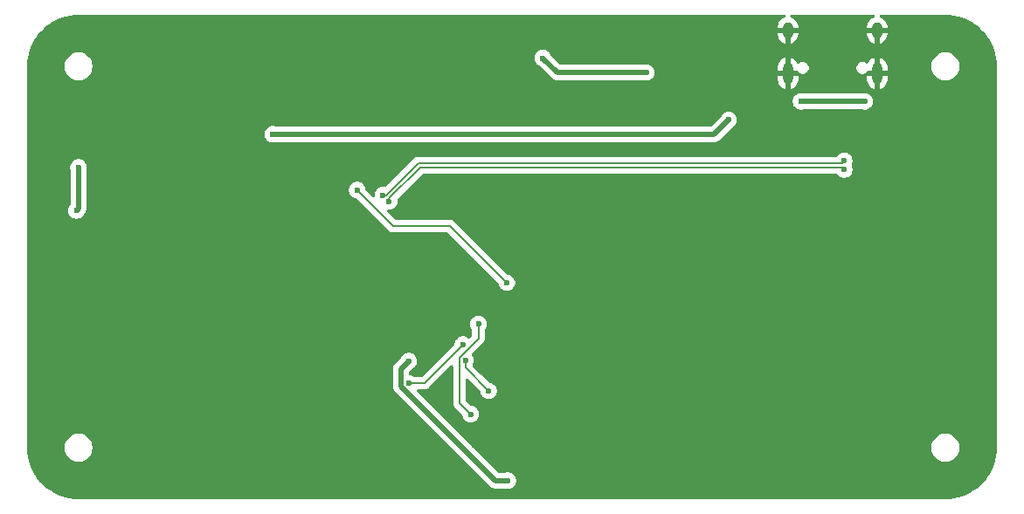
<source format=gbr>
%TF.GenerationSoftware,KiCad,Pcbnew,9.0.7*%
%TF.CreationDate,2026-02-16T21:50:05-05:00*%
%TF.ProjectId,Primis_FaceTracker,5072696d-6973-45f4-9661-636554726163,rev?*%
%TF.SameCoordinates,Original*%
%TF.FileFunction,Copper,L2,Bot*%
%TF.FilePolarity,Positive*%
%FSLAX46Y46*%
G04 Gerber Fmt 4.6, Leading zero omitted, Abs format (unit mm)*
G04 Created by KiCad (PCBNEW 9.0.7) date 2026-02-16 21:50:05*
%MOMM*%
%LPD*%
G01*
G04 APERTURE LIST*
%TA.AperFunction,HeatsinkPad*%
%ADD10O,1.000000X2.100000*%
%TD*%
%TA.AperFunction,HeatsinkPad*%
%ADD11O,1.000000X1.600000*%
%TD*%
%TA.AperFunction,HeatsinkPad*%
%ADD12C,0.600000*%
%TD*%
%TA.AperFunction,ViaPad*%
%ADD13C,0.600000*%
%TD*%
%TA.AperFunction,Conductor*%
%ADD14C,0.200000*%
%TD*%
%TA.AperFunction,Conductor*%
%ADD15C,0.500000*%
%TD*%
G04 APERTURE END LIST*
D10*
%TO.P,J1,S1,SHIELD*%
%TO.N,GND*%
X198390000Y-80680000D03*
D11*
X198390000Y-76500000D03*
D10*
X189750000Y-80680000D03*
D11*
X189750000Y-76500000D03*
%TD*%
D12*
%TO.P,U1,41,GND*%
%TO.N,GND*%
X159692500Y-82805000D03*
X159692500Y-84205000D03*
X160392500Y-82105000D03*
X160392500Y-83505000D03*
X160392500Y-84905000D03*
X161092500Y-82805000D03*
X161092500Y-84205000D03*
X161792500Y-82105000D03*
X161792500Y-83505000D03*
X161792500Y-84905000D03*
X162492500Y-82805000D03*
X162492500Y-84205000D03*
%TD*%
D13*
%TO.N,CAM_RST*%
X159750000Y-105000000D03*
X159000000Y-113750000D03*
%TO.N,GND*%
X182200000Y-79200000D03*
X152250000Y-75750000D03*
X135000000Y-108400000D03*
X129800000Y-92000000D03*
X189600000Y-87800000D03*
X141200000Y-108400000D03*
X198200000Y-93400000D03*
X173000000Y-75600000D03*
X184000000Y-92600000D03*
X129600000Y-88600000D03*
X138600000Y-92200000D03*
X137800000Y-90000000D03*
X147500000Y-80000000D03*
X148250000Y-75500000D03*
X157400100Y-105500000D03*
X141200000Y-103600000D03*
X145000000Y-75750000D03*
X135000000Y-113400000D03*
X134600000Y-103000000D03*
X152750000Y-101750000D03*
X129600000Y-93400000D03*
X164000000Y-105500000D03*
X198600000Y-87800000D03*
X141800000Y-89400000D03*
X162250000Y-108500000D03*
X142800000Y-100000000D03*
X138000000Y-103600000D03*
X172500000Y-101750000D03*
X168250000Y-106000000D03*
X168250000Y-107750000D03*
X138000000Y-108200000D03*
X143250000Y-79000000D03*
X182400000Y-100000000D03*
%TO.N,+5V*%
X197200000Y-83400000D03*
X184000000Y-85200000D03*
X139800000Y-86600000D03*
X191000000Y-83400000D03*
%TO.N,Net-(Q1-D)*%
X120800000Y-94000000D03*
X121000000Y-89800000D03*
%TO.N,CAM_2.8V*%
X158250000Y-107000000D03*
X153000000Y-110750000D03*
%TO.N,CAM_MCLK*%
X162500000Y-101000000D03*
X148000000Y-92000000D03*
%TO.N,CAM_SCK*%
X160750000Y-111500000D03*
X158500000Y-108500000D03*
%TO.N,D+*%
X151100521Y-93100521D03*
X195200000Y-90025000D03*
%TO.N,D-*%
X195200000Y-89175000D03*
X150499479Y-92499479D03*
%TO.N,+3V3*%
X176000000Y-80600000D03*
X162600000Y-120200000D03*
X166000000Y-79200000D03*
X153000000Y-108600000D03*
%TD*%
D14*
%TO.N,CAM_RST*%
X157899000Y-112649000D02*
X159000000Y-113750000D01*
X159750000Y-105000000D02*
X159750000Y-106400057D01*
X157899000Y-108251057D02*
X157899000Y-112649000D01*
X159750000Y-106400057D02*
X157899000Y-108251057D01*
D15*
%TO.N,+5V*%
X182600000Y-86600000D02*
X139800000Y-86600000D01*
X184000000Y-85200000D02*
X182600000Y-86600000D01*
X191000000Y-83400000D02*
X197200000Y-83400000D01*
%TO.N,Net-(Q1-D)*%
X121000000Y-89800000D02*
X121000000Y-93800000D01*
X121000000Y-93800000D02*
X120800000Y-94000000D01*
D14*
%TO.N,CAM_2.8V*%
X154500000Y-110750000D02*
X153000000Y-110750000D01*
X158250000Y-107000000D02*
X154500000Y-110750000D01*
%TO.N,CAM_MCLK*%
X151500000Y-95500000D02*
X148000000Y-92000000D01*
X162500000Y-101000000D02*
X157000000Y-95500000D01*
X157000000Y-95500000D02*
X151500000Y-95500000D01*
%TO.N,CAM_SCK*%
X158500000Y-108500000D02*
X158500000Y-109250000D01*
X158500000Y-109250000D02*
X160750000Y-111500000D01*
%TO.N,D+*%
X151100521Y-93100521D02*
X151100521Y-92817678D01*
X195000001Y-89825001D02*
X195200000Y-90025000D01*
X151100521Y-92817678D02*
X154093198Y-89825001D01*
X154093198Y-89825001D02*
X195000001Y-89825001D01*
%TO.N,D-*%
X195000001Y-89374999D02*
X195200000Y-89175000D01*
X153906802Y-89374999D02*
X195000001Y-89374999D01*
X150782322Y-92499479D02*
X153906802Y-89374999D01*
X150499479Y-92499479D02*
X150782322Y-92499479D01*
D15*
%TO.N,+3V3*%
X161387925Y-120200000D02*
X162600000Y-120200000D01*
X176000000Y-80600000D02*
X167400000Y-80600000D01*
X152249000Y-111061075D02*
X161387925Y-120200000D01*
X153000000Y-108600000D02*
X152249000Y-109351000D01*
X167400000Y-80600000D02*
X166000000Y-79200000D01*
X152249000Y-109351000D02*
X152249000Y-111061075D01*
%TD*%
%TA.AperFunction,Conductor*%
%TO.N,GND*%
G36*
X189476372Y-75020185D02*
G01*
X189522127Y-75072989D01*
X189532071Y-75142147D01*
X189503046Y-75205703D01*
X189456785Y-75239061D01*
X189276328Y-75313807D01*
X189276315Y-75313814D01*
X189112537Y-75423248D01*
X189112533Y-75423251D01*
X188973251Y-75562533D01*
X188973248Y-75562537D01*
X188863814Y-75726315D01*
X188863807Y-75726328D01*
X188788430Y-75908306D01*
X188788427Y-75908318D01*
X188750000Y-76101504D01*
X188750000Y-76250000D01*
X189450000Y-76250000D01*
X189450000Y-76750000D01*
X188750000Y-76750000D01*
X188750000Y-76898495D01*
X188788427Y-77091681D01*
X188788430Y-77091693D01*
X188863807Y-77273671D01*
X188863814Y-77273684D01*
X188973248Y-77437462D01*
X188973251Y-77437466D01*
X189112533Y-77576748D01*
X189112537Y-77576751D01*
X189276315Y-77686185D01*
X189276328Y-77686192D01*
X189458308Y-77761569D01*
X189500000Y-77769862D01*
X189500000Y-76966988D01*
X189509940Y-76984205D01*
X189565795Y-77040060D01*
X189634204Y-77079556D01*
X189710504Y-77100000D01*
X189789496Y-77100000D01*
X189865796Y-77079556D01*
X189934205Y-77040060D01*
X189990060Y-76984205D01*
X190000000Y-76966988D01*
X190000000Y-77769862D01*
X190041690Y-77761569D01*
X190041692Y-77761569D01*
X190223671Y-77686192D01*
X190223684Y-77686185D01*
X190387462Y-77576751D01*
X190387466Y-77576748D01*
X190526748Y-77437466D01*
X190526751Y-77437462D01*
X190636185Y-77273684D01*
X190636192Y-77273671D01*
X190711569Y-77091693D01*
X190711572Y-77091681D01*
X190749999Y-76898495D01*
X190750000Y-76898492D01*
X190750000Y-76750000D01*
X190050000Y-76750000D01*
X190050000Y-76250000D01*
X190750000Y-76250000D01*
X190750000Y-76101508D01*
X190749999Y-76101504D01*
X190711572Y-75908318D01*
X190711569Y-75908306D01*
X190636192Y-75726328D01*
X190636185Y-75726315D01*
X190526751Y-75562537D01*
X190526748Y-75562533D01*
X190387466Y-75423251D01*
X190387462Y-75423248D01*
X190223684Y-75313814D01*
X190223671Y-75313807D01*
X190043215Y-75239061D01*
X189988811Y-75195220D01*
X189966746Y-75128926D01*
X189984025Y-75061227D01*
X190035162Y-75013616D01*
X190090667Y-75000500D01*
X198049333Y-75000500D01*
X198116372Y-75020185D01*
X198162127Y-75072989D01*
X198172071Y-75142147D01*
X198143046Y-75205703D01*
X198096785Y-75239061D01*
X197916328Y-75313807D01*
X197916315Y-75313814D01*
X197752537Y-75423248D01*
X197752533Y-75423251D01*
X197613251Y-75562533D01*
X197613248Y-75562537D01*
X197503814Y-75726315D01*
X197503807Y-75726328D01*
X197428430Y-75908306D01*
X197428427Y-75908318D01*
X197390000Y-76101504D01*
X197390000Y-76250000D01*
X198090000Y-76250000D01*
X198090000Y-76750000D01*
X197390000Y-76750000D01*
X197390000Y-76898495D01*
X197428427Y-77091681D01*
X197428430Y-77091693D01*
X197503807Y-77273671D01*
X197503814Y-77273684D01*
X197613248Y-77437462D01*
X197613251Y-77437466D01*
X197752533Y-77576748D01*
X197752537Y-77576751D01*
X197916315Y-77686185D01*
X197916328Y-77686192D01*
X198098308Y-77761569D01*
X198140000Y-77769862D01*
X198140000Y-76966988D01*
X198149940Y-76984205D01*
X198205795Y-77040060D01*
X198274204Y-77079556D01*
X198350504Y-77100000D01*
X198429496Y-77100000D01*
X198505796Y-77079556D01*
X198574205Y-77040060D01*
X198630060Y-76984205D01*
X198640000Y-76966988D01*
X198640000Y-77769862D01*
X198681690Y-77761569D01*
X198681692Y-77761569D01*
X198863671Y-77686192D01*
X198863684Y-77686185D01*
X199027462Y-77576751D01*
X199027466Y-77576748D01*
X199166748Y-77437466D01*
X199166751Y-77437462D01*
X199276185Y-77273684D01*
X199276192Y-77273671D01*
X199351569Y-77091693D01*
X199351572Y-77091681D01*
X199389999Y-76898495D01*
X199390000Y-76898492D01*
X199390000Y-76750000D01*
X198690000Y-76750000D01*
X198690000Y-76250000D01*
X199390000Y-76250000D01*
X199390000Y-76101508D01*
X199389999Y-76101504D01*
X199351572Y-75908318D01*
X199351569Y-75908306D01*
X199276192Y-75726328D01*
X199276185Y-75726315D01*
X199166751Y-75562537D01*
X199166748Y-75562533D01*
X199027466Y-75423251D01*
X199027462Y-75423248D01*
X198863684Y-75313814D01*
X198863671Y-75313807D01*
X198683215Y-75239061D01*
X198628811Y-75195220D01*
X198606746Y-75128926D01*
X198624025Y-75061227D01*
X198675162Y-75013616D01*
X198730667Y-75000500D01*
X204934108Y-75000500D01*
X204997439Y-75000500D01*
X205002562Y-75000605D01*
X205407746Y-75017364D01*
X205417919Y-75018207D01*
X205817817Y-75068054D01*
X205827901Y-75069737D01*
X206222294Y-75152432D01*
X206232208Y-75154942D01*
X206618436Y-75269928D01*
X206628104Y-75273247D01*
X207003502Y-75419728D01*
X207012887Y-75423845D01*
X207374880Y-75600813D01*
X207383894Y-75605690D01*
X207730070Y-75811966D01*
X207738638Y-75817564D01*
X208066593Y-76051719D01*
X208074674Y-76058010D01*
X208382155Y-76318433D01*
X208389695Y-76325374D01*
X208674625Y-76610304D01*
X208681566Y-76617844D01*
X208919262Y-76898492D01*
X208941989Y-76925325D01*
X208948282Y-76933410D01*
X209067226Y-77100000D01*
X209182431Y-77261355D01*
X209188037Y-77269935D01*
X209394309Y-77616105D01*
X209399186Y-77625119D01*
X209576154Y-77987112D01*
X209580271Y-77996497D01*
X209726747Y-78371883D01*
X209730075Y-78381576D01*
X209845053Y-78767778D01*
X209847569Y-78777714D01*
X209930260Y-79172089D01*
X209931947Y-79182197D01*
X209981790Y-79582059D01*
X209982636Y-79592273D01*
X209999394Y-79997437D01*
X209999500Y-80002561D01*
X209999500Y-116997438D01*
X209999394Y-117002562D01*
X209982636Y-117407726D01*
X209981790Y-117417940D01*
X209931947Y-117817802D01*
X209930260Y-117827910D01*
X209847569Y-118222285D01*
X209845053Y-118232221D01*
X209730075Y-118618423D01*
X209726747Y-118628116D01*
X209580271Y-119003502D01*
X209576154Y-119012887D01*
X209399186Y-119374880D01*
X209394309Y-119383894D01*
X209188037Y-119730064D01*
X209182431Y-119738644D01*
X208948284Y-120066587D01*
X208941989Y-120074674D01*
X208681566Y-120382155D01*
X208674625Y-120389695D01*
X208389695Y-120674625D01*
X208382155Y-120681566D01*
X208074674Y-120941989D01*
X208066587Y-120948284D01*
X207738644Y-121182431D01*
X207730064Y-121188037D01*
X207383894Y-121394309D01*
X207374880Y-121399186D01*
X207012887Y-121576154D01*
X207003502Y-121580271D01*
X206628116Y-121726747D01*
X206618423Y-121730075D01*
X206232221Y-121845053D01*
X206222285Y-121847569D01*
X205827910Y-121930260D01*
X205817802Y-121931947D01*
X205417940Y-121981790D01*
X205407726Y-121982636D01*
X205002563Y-121999394D01*
X204997439Y-121999500D01*
X121002561Y-121999500D01*
X120997437Y-121999394D01*
X120592273Y-121982636D01*
X120582059Y-121981790D01*
X120182197Y-121931947D01*
X120172089Y-121930260D01*
X119777714Y-121847569D01*
X119767778Y-121845053D01*
X119381576Y-121730075D01*
X119371883Y-121726747D01*
X118996497Y-121580271D01*
X118987112Y-121576154D01*
X118625119Y-121399186D01*
X118616105Y-121394309D01*
X118269935Y-121188037D01*
X118261355Y-121182431D01*
X117963456Y-120969735D01*
X117933410Y-120948282D01*
X117925325Y-120941989D01*
X117901321Y-120921659D01*
X117736038Y-120781671D01*
X117617844Y-120681566D01*
X117610304Y-120674625D01*
X117325374Y-120389695D01*
X117318433Y-120382155D01*
X117230933Y-120278844D01*
X117058005Y-120074668D01*
X117051715Y-120066587D01*
X116980261Y-119966510D01*
X116817564Y-119738638D01*
X116811962Y-119730064D01*
X116721477Y-119578211D01*
X116605690Y-119383894D01*
X116600813Y-119374880D01*
X116423845Y-119012887D01*
X116419728Y-119003502D01*
X116274001Y-118630035D01*
X116273247Y-118628104D01*
X116269928Y-118618436D01*
X116154942Y-118232208D01*
X116152430Y-118222285D01*
X116112135Y-118030109D01*
X116069737Y-117827901D01*
X116068054Y-117817817D01*
X116018207Y-117417919D01*
X116017364Y-117407746D01*
X116000606Y-117002562D01*
X116000500Y-116997438D01*
X116000500Y-116893713D01*
X119649500Y-116893713D01*
X119649500Y-117106286D01*
X119670006Y-117235760D01*
X119682754Y-117316243D01*
X119714145Y-117412855D01*
X119748444Y-117518414D01*
X119844951Y-117707820D01*
X119969890Y-117879786D01*
X120120213Y-118030109D01*
X120292179Y-118155048D01*
X120292181Y-118155049D01*
X120292184Y-118155051D01*
X120481588Y-118251557D01*
X120683757Y-118317246D01*
X120893713Y-118350500D01*
X120893714Y-118350500D01*
X121106286Y-118350500D01*
X121106287Y-118350500D01*
X121316243Y-118317246D01*
X121518412Y-118251557D01*
X121707816Y-118155051D01*
X121729789Y-118139086D01*
X121879786Y-118030109D01*
X121879788Y-118030106D01*
X121879792Y-118030104D01*
X122030104Y-117879792D01*
X122030106Y-117879788D01*
X122030109Y-117879786D01*
X122155048Y-117707820D01*
X122155047Y-117707820D01*
X122155051Y-117707816D01*
X122251557Y-117518412D01*
X122317246Y-117316243D01*
X122350500Y-117106287D01*
X122350500Y-116893713D01*
X122317246Y-116683757D01*
X122251557Y-116481588D01*
X122155051Y-116292184D01*
X122155049Y-116292181D01*
X122155048Y-116292179D01*
X122030109Y-116120213D01*
X121879786Y-115969890D01*
X121707820Y-115844951D01*
X121518414Y-115748444D01*
X121518413Y-115748443D01*
X121518412Y-115748443D01*
X121316243Y-115682754D01*
X121316241Y-115682753D01*
X121316240Y-115682753D01*
X121154957Y-115657208D01*
X121106287Y-115649500D01*
X120893713Y-115649500D01*
X120845042Y-115657208D01*
X120683760Y-115682753D01*
X120481585Y-115748444D01*
X120292179Y-115844951D01*
X120120213Y-115969890D01*
X119969890Y-116120213D01*
X119844951Y-116292179D01*
X119748444Y-116481585D01*
X119682753Y-116683760D01*
X119649500Y-116893713D01*
X116000500Y-116893713D01*
X116000500Y-111134995D01*
X151498499Y-111134995D01*
X151527340Y-111279982D01*
X151527342Y-111279988D01*
X151583916Y-111416570D01*
X151586976Y-111421149D01*
X151586979Y-111421159D01*
X151586982Y-111421158D01*
X151666051Y-111539495D01*
X151666052Y-111539496D01*
X160804974Y-120678416D01*
X160909509Y-120782951D01*
X160909512Y-120782953D01*
X160909513Y-120782954D01*
X161032428Y-120865083D01*
X161032431Y-120865085D01*
X161082590Y-120885861D01*
X161089005Y-120888518D01*
X161169013Y-120921659D01*
X161285166Y-120944763D01*
X161308305Y-120949365D01*
X161314006Y-120950500D01*
X161314007Y-120950500D01*
X161314008Y-120950500D01*
X161461843Y-120950500D01*
X162295396Y-120950500D01*
X162342844Y-120959937D01*
X162366503Y-120969737D01*
X162366508Y-120969738D01*
X162366511Y-120969739D01*
X162521153Y-121000499D01*
X162521156Y-121000500D01*
X162521158Y-121000500D01*
X162678844Y-121000500D01*
X162678845Y-121000499D01*
X162833497Y-120969737D01*
X162979179Y-120909394D01*
X163110289Y-120821789D01*
X163221789Y-120710289D01*
X163309394Y-120579179D01*
X163369737Y-120433497D01*
X163400500Y-120278842D01*
X163400500Y-120121158D01*
X163400500Y-120121155D01*
X163400499Y-120121153D01*
X163369738Y-119966510D01*
X163369737Y-119966503D01*
X163356371Y-119934234D01*
X163309397Y-119820827D01*
X163309390Y-119820814D01*
X163221789Y-119689711D01*
X163221786Y-119689707D01*
X163110292Y-119578213D01*
X163110288Y-119578210D01*
X162979185Y-119490609D01*
X162979172Y-119490602D01*
X162833501Y-119430264D01*
X162833489Y-119430261D01*
X162678845Y-119399500D01*
X162678842Y-119399500D01*
X162521158Y-119399500D01*
X162521155Y-119399500D01*
X162366511Y-119430260D01*
X162366506Y-119430262D01*
X162366504Y-119430262D01*
X162366503Y-119430263D01*
X162342844Y-119440062D01*
X162295396Y-119449500D01*
X161750154Y-119449500D01*
X161683115Y-119429815D01*
X161662473Y-119413181D01*
X159225814Y-116976522D01*
X159143005Y-116893713D01*
X203649500Y-116893713D01*
X203649500Y-117106286D01*
X203670006Y-117235760D01*
X203682754Y-117316243D01*
X203714145Y-117412855D01*
X203748444Y-117518414D01*
X203844951Y-117707820D01*
X203969890Y-117879786D01*
X204120213Y-118030109D01*
X204292179Y-118155048D01*
X204292181Y-118155049D01*
X204292184Y-118155051D01*
X204481588Y-118251557D01*
X204683757Y-118317246D01*
X204893713Y-118350500D01*
X204893714Y-118350500D01*
X205106286Y-118350500D01*
X205106287Y-118350500D01*
X205316243Y-118317246D01*
X205518412Y-118251557D01*
X205707816Y-118155051D01*
X205729789Y-118139086D01*
X205879786Y-118030109D01*
X205879788Y-118030106D01*
X205879792Y-118030104D01*
X206030104Y-117879792D01*
X206030106Y-117879788D01*
X206030109Y-117879786D01*
X206155048Y-117707820D01*
X206155047Y-117707820D01*
X206155051Y-117707816D01*
X206251557Y-117518412D01*
X206317246Y-117316243D01*
X206350500Y-117106287D01*
X206350500Y-116893713D01*
X206317246Y-116683757D01*
X206251557Y-116481588D01*
X206155051Y-116292184D01*
X206155049Y-116292181D01*
X206155048Y-116292179D01*
X206030109Y-116120213D01*
X205879786Y-115969890D01*
X205707820Y-115844951D01*
X205518414Y-115748444D01*
X205518413Y-115748443D01*
X205518412Y-115748443D01*
X205316243Y-115682754D01*
X205316241Y-115682753D01*
X205316240Y-115682753D01*
X205154957Y-115657208D01*
X205106287Y-115649500D01*
X204893713Y-115649500D01*
X204845042Y-115657208D01*
X204683760Y-115682753D01*
X204481585Y-115748444D01*
X204292179Y-115844951D01*
X204120213Y-115969890D01*
X203969890Y-116120213D01*
X203844951Y-116292179D01*
X203748444Y-116481585D01*
X203682753Y-116683760D01*
X203649500Y-116893713D01*
X159143005Y-116893713D01*
X156799792Y-114550500D01*
X153811474Y-111562181D01*
X153777989Y-111500858D01*
X153782973Y-111431166D01*
X153824845Y-111375233D01*
X153890309Y-111350816D01*
X153899155Y-111350500D01*
X154413331Y-111350500D01*
X154413347Y-111350501D01*
X154420943Y-111350501D01*
X154579054Y-111350501D01*
X154579057Y-111350501D01*
X154731785Y-111309577D01*
X154806391Y-111266503D01*
X154868716Y-111230520D01*
X154980520Y-111118716D01*
X154980520Y-111118714D01*
X154990724Y-111108511D01*
X154990727Y-111108506D01*
X157086821Y-109012413D01*
X157148142Y-108978930D01*
X157217834Y-108983914D01*
X157273767Y-109025786D01*
X157298184Y-109091250D01*
X157298500Y-109100096D01*
X157298500Y-112562330D01*
X157298499Y-112562348D01*
X157298499Y-112728054D01*
X157298498Y-112728054D01*
X157298499Y-112728057D01*
X157339423Y-112880785D01*
X157360318Y-112916976D01*
X157368358Y-112930900D01*
X157368359Y-112930904D01*
X157368360Y-112930904D01*
X157396857Y-112980264D01*
X157418479Y-113017714D01*
X157418481Y-113017717D01*
X157537349Y-113136585D01*
X157537355Y-113136590D01*
X158165425Y-113764660D01*
X158198910Y-113825983D01*
X158199361Y-113828149D01*
X158230261Y-113983491D01*
X158230264Y-113983501D01*
X158290602Y-114129172D01*
X158290609Y-114129185D01*
X158378210Y-114260288D01*
X158378213Y-114260292D01*
X158489707Y-114371786D01*
X158489711Y-114371789D01*
X158620814Y-114459390D01*
X158620827Y-114459397D01*
X158766498Y-114519735D01*
X158766503Y-114519737D01*
X158921153Y-114550499D01*
X158921156Y-114550500D01*
X158921158Y-114550500D01*
X159078844Y-114550500D01*
X159078845Y-114550499D01*
X159233497Y-114519737D01*
X159379179Y-114459394D01*
X159510289Y-114371789D01*
X159621789Y-114260289D01*
X159709394Y-114129179D01*
X159769737Y-113983497D01*
X159800500Y-113828842D01*
X159800500Y-113671158D01*
X159800500Y-113671155D01*
X159800499Y-113671153D01*
X159769738Y-113516510D01*
X159769737Y-113516503D01*
X159769735Y-113516498D01*
X159709397Y-113370827D01*
X159709390Y-113370814D01*
X159621789Y-113239711D01*
X159621786Y-113239707D01*
X159510292Y-113128213D01*
X159510288Y-113128210D01*
X159379185Y-113040609D01*
X159379172Y-113040602D01*
X159233501Y-112980264D01*
X159233491Y-112980261D01*
X159078149Y-112949361D01*
X159016238Y-112916976D01*
X159014660Y-112915425D01*
X158535819Y-112436584D01*
X158502334Y-112375261D01*
X158499500Y-112348903D01*
X158499500Y-110398097D01*
X158519185Y-110331058D01*
X158571989Y-110285303D01*
X158641147Y-110275359D01*
X158704703Y-110304384D01*
X158711181Y-110310416D01*
X159915425Y-111514660D01*
X159948910Y-111575983D01*
X159949361Y-111578149D01*
X159980261Y-111733491D01*
X159980264Y-111733501D01*
X160040602Y-111879172D01*
X160040609Y-111879185D01*
X160128210Y-112010288D01*
X160128213Y-112010292D01*
X160239707Y-112121786D01*
X160239711Y-112121789D01*
X160370814Y-112209390D01*
X160370827Y-112209397D01*
X160516498Y-112269735D01*
X160516503Y-112269737D01*
X160671153Y-112300499D01*
X160671156Y-112300500D01*
X160671158Y-112300500D01*
X160828844Y-112300500D01*
X160828845Y-112300499D01*
X160983497Y-112269737D01*
X161129179Y-112209394D01*
X161260289Y-112121789D01*
X161371789Y-112010289D01*
X161459394Y-111879179D01*
X161519737Y-111733497D01*
X161550500Y-111578842D01*
X161550500Y-111421158D01*
X161550500Y-111421155D01*
X161550499Y-111421148D01*
X161519738Y-111266510D01*
X161519737Y-111266503D01*
X161519735Y-111266498D01*
X161459397Y-111120827D01*
X161459390Y-111120814D01*
X161371789Y-110989711D01*
X161371786Y-110989707D01*
X161260292Y-110878213D01*
X161260288Y-110878210D01*
X161129185Y-110790609D01*
X161129172Y-110790602D01*
X160983501Y-110730264D01*
X160983491Y-110730261D01*
X160828151Y-110699362D01*
X160766241Y-110666977D01*
X160764662Y-110665426D01*
X159992828Y-109893592D01*
X159188833Y-109089598D01*
X159155349Y-109028276D01*
X159160333Y-108958584D01*
X159173410Y-108933032D01*
X159209394Y-108879179D01*
X159269737Y-108733497D01*
X159300500Y-108578842D01*
X159300500Y-108421158D01*
X159300500Y-108421155D01*
X159300499Y-108421153D01*
X159269738Y-108266510D01*
X159269737Y-108266503D01*
X159250812Y-108220814D01*
X159209397Y-108120827D01*
X159209390Y-108120814D01*
X159133382Y-108007060D01*
X159112504Y-107940382D01*
X159130989Y-107873002D01*
X159148799Y-107850492D01*
X160118713Y-106880578D01*
X160118716Y-106880577D01*
X160230520Y-106768773D01*
X160280639Y-106681961D01*
X160309577Y-106631842D01*
X160350500Y-106479115D01*
X160350500Y-106321000D01*
X160350500Y-105579765D01*
X160370185Y-105512726D01*
X160371398Y-105510874D01*
X160459390Y-105379185D01*
X160459390Y-105379184D01*
X160459394Y-105379179D01*
X160519737Y-105233497D01*
X160550500Y-105078842D01*
X160550500Y-104921158D01*
X160550500Y-104921155D01*
X160550499Y-104921153D01*
X160519738Y-104766510D01*
X160519737Y-104766503D01*
X160519735Y-104766498D01*
X160459397Y-104620827D01*
X160459390Y-104620814D01*
X160371789Y-104489711D01*
X160371786Y-104489707D01*
X160260292Y-104378213D01*
X160260288Y-104378210D01*
X160129185Y-104290609D01*
X160129172Y-104290602D01*
X159983501Y-104230264D01*
X159983489Y-104230261D01*
X159828845Y-104199500D01*
X159828842Y-104199500D01*
X159671158Y-104199500D01*
X159671155Y-104199500D01*
X159516510Y-104230261D01*
X159516498Y-104230264D01*
X159370827Y-104290602D01*
X159370814Y-104290609D01*
X159239711Y-104378210D01*
X159239707Y-104378213D01*
X159128213Y-104489707D01*
X159128210Y-104489711D01*
X159040609Y-104620814D01*
X159040602Y-104620827D01*
X158980264Y-104766498D01*
X158980261Y-104766510D01*
X158949500Y-104921153D01*
X158949500Y-105078846D01*
X158980261Y-105233489D01*
X158980264Y-105233501D01*
X159040602Y-105379172D01*
X159040609Y-105379185D01*
X159128602Y-105510874D01*
X159149480Y-105577551D01*
X159149500Y-105579765D01*
X159149500Y-106099960D01*
X159129815Y-106166999D01*
X159113181Y-106187641D01*
X158928913Y-106371908D01*
X158867590Y-106405393D01*
X158797898Y-106400409D01*
X158762568Y-106380081D01*
X158760288Y-106378210D01*
X158629185Y-106290609D01*
X158629172Y-106290602D01*
X158483501Y-106230264D01*
X158483489Y-106230261D01*
X158328845Y-106199500D01*
X158328842Y-106199500D01*
X158171158Y-106199500D01*
X158171155Y-106199500D01*
X158016510Y-106230261D01*
X158016498Y-106230264D01*
X157870827Y-106290602D01*
X157870814Y-106290609D01*
X157739711Y-106378210D01*
X157739707Y-106378213D01*
X157628213Y-106489707D01*
X157628210Y-106489711D01*
X157540609Y-106620814D01*
X157540602Y-106620827D01*
X157480264Y-106766498D01*
X157480261Y-106766508D01*
X157449361Y-106921850D01*
X157416976Y-106983761D01*
X157415425Y-106985339D01*
X154287584Y-110113181D01*
X154226261Y-110146666D01*
X154199903Y-110149500D01*
X153579766Y-110149500D01*
X153512727Y-110129815D01*
X153510875Y-110128602D01*
X153379185Y-110040609D01*
X153379172Y-110040602D01*
X153233501Y-109980264D01*
X153233491Y-109980261D01*
X153099308Y-109953570D01*
X153071177Y-109938855D01*
X153042297Y-109925666D01*
X153040440Y-109922776D01*
X153037397Y-109921185D01*
X153021684Y-109893592D01*
X153004523Y-109866888D01*
X153003862Y-109862294D01*
X153002823Y-109860469D01*
X152999500Y-109831953D01*
X152999500Y-109713229D01*
X153019185Y-109646190D01*
X153035819Y-109625548D01*
X153315297Y-109346069D01*
X153355522Y-109319192D01*
X153379179Y-109309394D01*
X153510289Y-109221789D01*
X153621789Y-109110289D01*
X153709394Y-108979179D01*
X153769737Y-108833497D01*
X153800500Y-108678842D01*
X153800500Y-108521158D01*
X153800500Y-108521155D01*
X153800499Y-108521153D01*
X153769737Y-108366503D01*
X153719194Y-108244480D01*
X153709397Y-108220827D01*
X153709390Y-108220814D01*
X153621789Y-108089711D01*
X153621786Y-108089707D01*
X153510292Y-107978213D01*
X153510288Y-107978210D01*
X153379185Y-107890609D01*
X153379172Y-107890602D01*
X153233501Y-107830264D01*
X153233489Y-107830261D01*
X153078845Y-107799500D01*
X153078842Y-107799500D01*
X152921158Y-107799500D01*
X152921155Y-107799500D01*
X152766510Y-107830261D01*
X152766498Y-107830264D01*
X152620827Y-107890602D01*
X152620814Y-107890609D01*
X152489711Y-107978210D01*
X152489707Y-107978213D01*
X152378213Y-108089707D01*
X152378207Y-108089715D01*
X152290607Y-108220818D01*
X152290606Y-108220819D01*
X152280805Y-108244480D01*
X152253927Y-108284703D01*
X151666049Y-108872581D01*
X151616812Y-108946271D01*
X151583921Y-108995496D01*
X151583914Y-108995508D01*
X151527342Y-109132086D01*
X151527340Y-109132092D01*
X151498500Y-109277079D01*
X151498500Y-109277082D01*
X151498500Y-111134993D01*
X151498500Y-111134995D01*
X151498499Y-111134995D01*
X116000500Y-111134995D01*
X116000500Y-93921153D01*
X119999500Y-93921153D01*
X119999500Y-94078846D01*
X120030261Y-94233489D01*
X120030264Y-94233501D01*
X120090602Y-94379172D01*
X120090609Y-94379185D01*
X120178210Y-94510288D01*
X120178213Y-94510292D01*
X120289707Y-94621786D01*
X120289711Y-94621789D01*
X120420814Y-94709390D01*
X120420827Y-94709397D01*
X120566498Y-94769735D01*
X120566503Y-94769737D01*
X120721153Y-94800499D01*
X120721156Y-94800500D01*
X120721158Y-94800500D01*
X120878844Y-94800500D01*
X120878845Y-94800499D01*
X121033497Y-94769737D01*
X121179179Y-94709394D01*
X121310289Y-94621789D01*
X121421789Y-94510289D01*
X121509394Y-94379179D01*
X121519191Y-94355527D01*
X121536212Y-94326414D01*
X121540805Y-94320561D01*
X121582952Y-94278416D01*
X121632186Y-94204729D01*
X121665084Y-94155495D01*
X121702954Y-94064069D01*
X121708211Y-94051379D01*
X121721657Y-94018916D01*
X121721659Y-94018912D01*
X121750500Y-93873917D01*
X121750500Y-93726082D01*
X121750500Y-91921153D01*
X147199500Y-91921153D01*
X147199500Y-92078846D01*
X147230261Y-92233489D01*
X147230264Y-92233501D01*
X147290602Y-92379172D01*
X147290609Y-92379185D01*
X147378210Y-92510288D01*
X147378213Y-92510292D01*
X147489707Y-92621786D01*
X147489711Y-92621789D01*
X147620814Y-92709390D01*
X147620827Y-92709397D01*
X147677753Y-92732976D01*
X147766503Y-92769737D01*
X147831147Y-92782595D01*
X147921849Y-92800638D01*
X147983760Y-92833023D01*
X147985339Y-92834574D01*
X151015139Y-95864374D01*
X151015149Y-95864385D01*
X151019479Y-95868715D01*
X151019480Y-95868716D01*
X151131284Y-95980520D01*
X151131286Y-95980521D01*
X151131290Y-95980524D01*
X151268209Y-96059573D01*
X151268216Y-96059577D01*
X151380019Y-96089534D01*
X151420942Y-96100500D01*
X151420943Y-96100500D01*
X156699903Y-96100500D01*
X156766942Y-96120185D01*
X156787584Y-96136819D01*
X161665425Y-101014660D01*
X161698910Y-101075983D01*
X161699361Y-101078149D01*
X161730261Y-101233491D01*
X161730264Y-101233501D01*
X161790602Y-101379172D01*
X161790609Y-101379185D01*
X161878210Y-101510288D01*
X161878213Y-101510292D01*
X161989707Y-101621786D01*
X161989711Y-101621789D01*
X162120814Y-101709390D01*
X162120827Y-101709397D01*
X162266498Y-101769735D01*
X162266503Y-101769737D01*
X162421153Y-101800499D01*
X162421156Y-101800500D01*
X162421158Y-101800500D01*
X162578844Y-101800500D01*
X162578845Y-101800499D01*
X162733497Y-101769737D01*
X162879179Y-101709394D01*
X163010289Y-101621789D01*
X163121789Y-101510289D01*
X163209394Y-101379179D01*
X163269737Y-101233497D01*
X163300500Y-101078842D01*
X163300500Y-100921158D01*
X163300500Y-100921155D01*
X163300499Y-100921153D01*
X163269738Y-100766510D01*
X163269737Y-100766503D01*
X163269735Y-100766498D01*
X163209397Y-100620827D01*
X163209390Y-100620814D01*
X163121789Y-100489711D01*
X163121786Y-100489707D01*
X163010292Y-100378213D01*
X163010288Y-100378210D01*
X162879185Y-100290609D01*
X162879172Y-100290602D01*
X162733501Y-100230264D01*
X162733491Y-100230261D01*
X162578151Y-100199362D01*
X162516241Y-100166977D01*
X162514662Y-100165426D01*
X157487590Y-95138355D01*
X157487588Y-95138352D01*
X157368717Y-95019481D01*
X157368716Y-95019480D01*
X157281904Y-94969360D01*
X157281904Y-94969359D01*
X157281900Y-94969358D01*
X157231785Y-94940423D01*
X157079057Y-94899499D01*
X156920943Y-94899499D01*
X156913347Y-94899499D01*
X156913331Y-94899500D01*
X151800097Y-94899500D01*
X151733058Y-94879815D01*
X151712416Y-94863181D01*
X150961937Y-94112702D01*
X150928452Y-94051379D01*
X150933436Y-93981687D01*
X150975308Y-93925754D01*
X151040772Y-93901337D01*
X151049618Y-93901021D01*
X151179365Y-93901021D01*
X151179366Y-93901020D01*
X151334018Y-93870258D01*
X151479700Y-93809915D01*
X151610810Y-93722310D01*
X151722310Y-93610810D01*
X151809915Y-93479700D01*
X151870258Y-93334018D01*
X151901021Y-93179363D01*
X151901021Y-93021679D01*
X151901021Y-93021676D01*
X151888191Y-92957178D01*
X151894418Y-92887586D01*
X151922125Y-92845307D01*
X154305614Y-90461820D01*
X154366937Y-90428335D01*
X154393295Y-90425501D01*
X194438574Y-90425501D01*
X194505613Y-90445186D01*
X194541675Y-90480609D01*
X194566042Y-90517076D01*
X194578212Y-90535291D01*
X194689707Y-90646786D01*
X194689711Y-90646789D01*
X194820814Y-90734390D01*
X194820827Y-90734397D01*
X194966498Y-90794735D01*
X194966503Y-90794737D01*
X195121153Y-90825499D01*
X195121156Y-90825500D01*
X195121158Y-90825500D01*
X195278844Y-90825500D01*
X195278845Y-90825499D01*
X195433497Y-90794737D01*
X195579179Y-90734394D01*
X195710289Y-90646789D01*
X195821789Y-90535289D01*
X195909394Y-90404179D01*
X195969737Y-90258497D01*
X196000500Y-90103842D01*
X196000500Y-89946158D01*
X196000500Y-89946155D01*
X196000499Y-89946153D01*
X195969738Y-89791510D01*
X195969737Y-89791503D01*
X195969735Y-89791498D01*
X195910070Y-89647452D01*
X195902601Y-89577983D01*
X195910070Y-89552548D01*
X195969735Y-89408501D01*
X195969737Y-89408497D01*
X196000500Y-89253842D01*
X196000500Y-89096158D01*
X196000500Y-89096155D01*
X196000499Y-89096153D01*
X195987393Y-89030264D01*
X195969737Y-88941503D01*
X195950259Y-88894478D01*
X195909397Y-88795827D01*
X195909390Y-88795814D01*
X195821789Y-88664711D01*
X195821786Y-88664707D01*
X195710292Y-88553213D01*
X195710288Y-88553210D01*
X195579185Y-88465609D01*
X195579172Y-88465602D01*
X195433501Y-88405264D01*
X195433489Y-88405261D01*
X195278845Y-88374500D01*
X195278842Y-88374500D01*
X195121158Y-88374500D01*
X195121155Y-88374500D01*
X194966510Y-88405261D01*
X194966498Y-88405264D01*
X194820827Y-88465602D01*
X194820814Y-88465609D01*
X194689711Y-88553210D01*
X194689707Y-88553213D01*
X194578212Y-88664708D01*
X194556339Y-88697443D01*
X194541675Y-88719390D01*
X194488065Y-88764194D01*
X194438574Y-88774499D01*
X153993471Y-88774499D01*
X153993455Y-88774498D01*
X153985859Y-88774498D01*
X153827745Y-88774498D01*
X153720389Y-88803264D01*
X153675012Y-88815423D01*
X153675011Y-88815424D01*
X153624898Y-88844358D01*
X153624897Y-88844359D01*
X153581491Y-88869419D01*
X153538087Y-88894478D01*
X153538084Y-88894480D01*
X153426280Y-89006285D01*
X150754692Y-91677872D01*
X150693369Y-91711357D01*
X150642820Y-91711808D01*
X150578325Y-91698979D01*
X150578321Y-91698979D01*
X150420637Y-91698979D01*
X150420634Y-91698979D01*
X150265989Y-91729740D01*
X150265977Y-91729743D01*
X150120306Y-91790081D01*
X150120293Y-91790088D01*
X149989190Y-91877689D01*
X149989186Y-91877692D01*
X149877692Y-91989186D01*
X149877689Y-91989190D01*
X149790088Y-92120293D01*
X149790081Y-92120306D01*
X149729743Y-92265977D01*
X149729740Y-92265989D01*
X149698979Y-92420632D01*
X149698979Y-92550382D01*
X149679294Y-92617421D01*
X149626490Y-92663176D01*
X149557332Y-92673120D01*
X149493776Y-92644095D01*
X149487298Y-92638063D01*
X148834574Y-91985339D01*
X148801089Y-91924016D01*
X148800638Y-91921849D01*
X148769738Y-91766510D01*
X148769737Y-91766503D01*
X148754510Y-91729742D01*
X148709397Y-91620827D01*
X148709390Y-91620814D01*
X148621789Y-91489711D01*
X148621786Y-91489707D01*
X148510292Y-91378213D01*
X148510288Y-91378210D01*
X148379185Y-91290609D01*
X148379172Y-91290602D01*
X148233501Y-91230264D01*
X148233489Y-91230261D01*
X148078845Y-91199500D01*
X148078842Y-91199500D01*
X147921158Y-91199500D01*
X147921155Y-91199500D01*
X147766510Y-91230261D01*
X147766498Y-91230264D01*
X147620827Y-91290602D01*
X147620814Y-91290609D01*
X147489711Y-91378210D01*
X147489707Y-91378213D01*
X147378213Y-91489707D01*
X147378210Y-91489711D01*
X147290609Y-91620814D01*
X147290602Y-91620827D01*
X147230264Y-91766498D01*
X147230261Y-91766510D01*
X147199500Y-91921153D01*
X121750500Y-91921153D01*
X121750500Y-90104604D01*
X121759939Y-90057151D01*
X121769737Y-90033497D01*
X121800500Y-89878842D01*
X121800500Y-89721158D01*
X121800500Y-89721155D01*
X121800499Y-89721153D01*
X121776400Y-89600000D01*
X121769737Y-89566503D01*
X121763957Y-89552548D01*
X121709397Y-89420827D01*
X121709390Y-89420814D01*
X121621789Y-89289711D01*
X121621786Y-89289707D01*
X121510292Y-89178213D01*
X121510288Y-89178210D01*
X121379185Y-89090609D01*
X121379172Y-89090602D01*
X121233501Y-89030264D01*
X121233489Y-89030261D01*
X121078845Y-88999500D01*
X121078842Y-88999500D01*
X120921158Y-88999500D01*
X120921155Y-88999500D01*
X120766510Y-89030261D01*
X120766498Y-89030264D01*
X120620827Y-89090602D01*
X120620814Y-89090609D01*
X120489711Y-89178210D01*
X120489707Y-89178213D01*
X120378213Y-89289707D01*
X120378210Y-89289711D01*
X120290609Y-89420814D01*
X120290602Y-89420827D01*
X120230264Y-89566498D01*
X120230261Y-89566510D01*
X120199500Y-89721153D01*
X120199500Y-89878846D01*
X120230261Y-90033489D01*
X120230263Y-90033497D01*
X120240061Y-90057151D01*
X120249500Y-90104604D01*
X120249500Y-93367059D01*
X120229815Y-93434098D01*
X120213181Y-93454740D01*
X120178213Y-93489707D01*
X120178210Y-93489711D01*
X120090609Y-93620814D01*
X120090602Y-93620827D01*
X120030264Y-93766498D01*
X120030261Y-93766510D01*
X119999500Y-93921153D01*
X116000500Y-93921153D01*
X116000500Y-86521153D01*
X138999500Y-86521153D01*
X138999500Y-86678846D01*
X139030261Y-86833489D01*
X139030264Y-86833501D01*
X139090602Y-86979172D01*
X139090609Y-86979185D01*
X139178210Y-87110288D01*
X139178213Y-87110292D01*
X139289707Y-87221786D01*
X139289711Y-87221789D01*
X139420814Y-87309390D01*
X139420827Y-87309397D01*
X139520060Y-87350500D01*
X139566503Y-87369737D01*
X139721153Y-87400499D01*
X139721156Y-87400500D01*
X139721158Y-87400500D01*
X139878844Y-87400500D01*
X139878845Y-87400499D01*
X139955152Y-87385320D01*
X140033488Y-87369739D01*
X140033489Y-87369738D01*
X140033497Y-87369737D01*
X140057155Y-87359937D01*
X140104604Y-87350500D01*
X182673920Y-87350500D01*
X182771462Y-87331096D01*
X182818913Y-87321658D01*
X182955495Y-87265084D01*
X183020291Y-87221789D01*
X183020294Y-87221786D01*
X183020296Y-87221786D01*
X183049547Y-87202240D01*
X183078416Y-87182952D01*
X184315297Y-85946069D01*
X184355524Y-85919191D01*
X184379179Y-85909394D01*
X184510289Y-85821789D01*
X184621789Y-85710289D01*
X184709394Y-85579179D01*
X184769737Y-85433497D01*
X184800500Y-85278842D01*
X184800500Y-85121158D01*
X184800500Y-85121155D01*
X184800499Y-85121153D01*
X184769738Y-84966510D01*
X184769737Y-84966503D01*
X184735855Y-84884703D01*
X184709397Y-84820827D01*
X184709390Y-84820814D01*
X184621789Y-84689711D01*
X184621786Y-84689707D01*
X184510292Y-84578213D01*
X184510288Y-84578210D01*
X184379185Y-84490609D01*
X184379172Y-84490602D01*
X184233501Y-84430264D01*
X184233489Y-84430261D01*
X184078845Y-84399500D01*
X184078842Y-84399500D01*
X183921158Y-84399500D01*
X183921155Y-84399500D01*
X183766510Y-84430261D01*
X183766498Y-84430264D01*
X183620827Y-84490602D01*
X183620814Y-84490609D01*
X183489711Y-84578210D01*
X183489707Y-84578213D01*
X183378213Y-84689707D01*
X183378207Y-84689715D01*
X183290607Y-84820818D01*
X183290606Y-84820819D01*
X183280805Y-84844480D01*
X183253927Y-84884703D01*
X182325451Y-85813181D01*
X182264128Y-85846666D01*
X182237770Y-85849500D01*
X140104604Y-85849500D01*
X140057155Y-85840062D01*
X140033497Y-85830263D01*
X140033493Y-85830262D01*
X140033488Y-85830260D01*
X139878845Y-85799500D01*
X139878842Y-85799500D01*
X139721158Y-85799500D01*
X139721155Y-85799500D01*
X139566510Y-85830261D01*
X139566498Y-85830264D01*
X139420827Y-85890602D01*
X139420814Y-85890609D01*
X139289711Y-85978210D01*
X139289707Y-85978213D01*
X139178213Y-86089707D01*
X139178210Y-86089711D01*
X139090609Y-86220814D01*
X139090602Y-86220827D01*
X139030264Y-86366498D01*
X139030261Y-86366510D01*
X138999500Y-86521153D01*
X116000500Y-86521153D01*
X116000500Y-83321153D01*
X190199500Y-83321153D01*
X190199500Y-83478846D01*
X190230261Y-83633489D01*
X190230264Y-83633501D01*
X190290602Y-83779172D01*
X190290609Y-83779185D01*
X190378210Y-83910288D01*
X190378213Y-83910292D01*
X190489707Y-84021786D01*
X190489711Y-84021789D01*
X190620814Y-84109390D01*
X190620827Y-84109397D01*
X190720060Y-84150500D01*
X190766503Y-84169737D01*
X190921153Y-84200499D01*
X190921156Y-84200500D01*
X190921158Y-84200500D01*
X191078844Y-84200500D01*
X191078845Y-84200499D01*
X191155152Y-84185320D01*
X191233488Y-84169739D01*
X191233489Y-84169738D01*
X191233497Y-84169737D01*
X191257155Y-84159937D01*
X191304604Y-84150500D01*
X196895396Y-84150500D01*
X196942844Y-84159937D01*
X196966503Y-84169737D01*
X196966508Y-84169738D01*
X196966511Y-84169739D01*
X197121153Y-84200499D01*
X197121156Y-84200500D01*
X197121158Y-84200500D01*
X197278844Y-84200500D01*
X197278845Y-84200499D01*
X197433497Y-84169737D01*
X197579179Y-84109394D01*
X197710289Y-84021789D01*
X197821789Y-83910289D01*
X197909394Y-83779179D01*
X197969737Y-83633497D01*
X198000500Y-83478842D01*
X198000500Y-83321158D01*
X198000500Y-83321155D01*
X198000499Y-83321153D01*
X197969738Y-83166510D01*
X197969737Y-83166503D01*
X197969735Y-83166498D01*
X197909397Y-83020827D01*
X197909390Y-83020814D01*
X197821789Y-82889711D01*
X197821786Y-82889707D01*
X197710292Y-82778213D01*
X197710288Y-82778210D01*
X197579185Y-82690609D01*
X197579172Y-82690602D01*
X197433501Y-82630264D01*
X197433489Y-82630261D01*
X197278845Y-82599500D01*
X197278842Y-82599500D01*
X197121158Y-82599500D01*
X197121155Y-82599500D01*
X196966511Y-82630260D01*
X196966506Y-82630262D01*
X196966504Y-82630262D01*
X196966503Y-82630263D01*
X196942844Y-82640062D01*
X196895396Y-82649500D01*
X191304604Y-82649500D01*
X191257155Y-82640062D01*
X191233497Y-82630263D01*
X191233493Y-82630262D01*
X191233488Y-82630260D01*
X191078845Y-82599500D01*
X191078842Y-82599500D01*
X190921158Y-82599500D01*
X190921155Y-82599500D01*
X190766510Y-82630261D01*
X190766498Y-82630264D01*
X190620827Y-82690602D01*
X190620814Y-82690609D01*
X190489711Y-82778210D01*
X190489707Y-82778213D01*
X190378213Y-82889707D01*
X190378210Y-82889711D01*
X190290609Y-83020814D01*
X190290602Y-83020827D01*
X190230264Y-83166498D01*
X190230261Y-83166510D01*
X190199500Y-83321153D01*
X116000500Y-83321153D01*
X116000500Y-80002561D01*
X116000606Y-79997437D01*
X116001401Y-79978210D01*
X116004896Y-79893713D01*
X119649500Y-79893713D01*
X119649500Y-80106286D01*
X119668423Y-80225765D01*
X119682754Y-80316243D01*
X119743554Y-80503366D01*
X119748444Y-80518414D01*
X119844951Y-80707820D01*
X119969890Y-80879786D01*
X120120213Y-81030109D01*
X120292179Y-81155048D01*
X120292181Y-81155049D01*
X120292184Y-81155051D01*
X120481588Y-81251557D01*
X120683757Y-81317246D01*
X120893713Y-81350500D01*
X120893714Y-81350500D01*
X121106286Y-81350500D01*
X121106287Y-81350500D01*
X121316243Y-81317246D01*
X121518412Y-81251557D01*
X121707816Y-81155051D01*
X121769426Y-81110289D01*
X121879786Y-81030109D01*
X121879788Y-81030106D01*
X121879792Y-81030104D01*
X122030104Y-80879792D01*
X122030106Y-80879788D01*
X122030109Y-80879786D01*
X122155048Y-80707820D01*
X122155047Y-80707820D01*
X122155051Y-80707816D01*
X122251557Y-80518412D01*
X122317246Y-80316243D01*
X122350500Y-80106287D01*
X122350500Y-79893713D01*
X122317246Y-79683757D01*
X122251557Y-79481588D01*
X122155051Y-79292184D01*
X122079322Y-79187951D01*
X122079321Y-79187948D01*
X122030791Y-79121153D01*
X165199500Y-79121153D01*
X165199500Y-79278846D01*
X165230261Y-79433489D01*
X165230264Y-79433501D01*
X165290602Y-79579172D01*
X165290609Y-79579185D01*
X165378210Y-79710288D01*
X165378213Y-79710292D01*
X165489710Y-79821789D01*
X165591706Y-79889940D01*
X165620821Y-79909394D01*
X165644475Y-79919191D01*
X165684703Y-79946071D01*
X166921578Y-81182947D01*
X166921585Y-81182953D01*
X166979704Y-81221786D01*
X166979706Y-81221787D01*
X166979709Y-81221789D01*
X167044505Y-81265084D01*
X167044506Y-81265084D01*
X167044507Y-81265085D01*
X167151469Y-81309390D01*
X167181087Y-81321658D01*
X167181091Y-81321658D01*
X167181092Y-81321659D01*
X167326079Y-81350500D01*
X167326082Y-81350500D01*
X167326083Y-81350500D01*
X167473917Y-81350500D01*
X175695396Y-81350500D01*
X175742844Y-81359937D01*
X175766503Y-81369737D01*
X175766508Y-81369738D01*
X175766511Y-81369739D01*
X175921153Y-81400499D01*
X175921156Y-81400500D01*
X175921158Y-81400500D01*
X176078844Y-81400500D01*
X176078845Y-81400499D01*
X176233497Y-81369737D01*
X176349576Y-81321656D01*
X176379172Y-81309397D01*
X176379172Y-81309396D01*
X176379179Y-81309394D01*
X176510289Y-81221789D01*
X176621789Y-81110289D01*
X176709394Y-80979179D01*
X176769737Y-80833497D01*
X176800500Y-80678842D01*
X176800500Y-80521158D01*
X176800500Y-80521155D01*
X176800499Y-80521153D01*
X176796961Y-80503365D01*
X176769737Y-80366503D01*
X176748917Y-80316239D01*
X176709397Y-80220827D01*
X176709390Y-80220814D01*
X176624861Y-80094308D01*
X176621789Y-80089711D01*
X176621786Y-80089707D01*
X176563583Y-80031504D01*
X188750000Y-80031504D01*
X188750000Y-80430000D01*
X189450000Y-80430000D01*
X189450000Y-80930000D01*
X188750000Y-80930000D01*
X188750000Y-81328495D01*
X188788427Y-81521681D01*
X188788430Y-81521693D01*
X188863807Y-81703671D01*
X188863814Y-81703684D01*
X188973248Y-81867462D01*
X188973251Y-81867466D01*
X189112533Y-82006748D01*
X189112537Y-82006751D01*
X189276315Y-82116185D01*
X189276328Y-82116192D01*
X189458308Y-82191569D01*
X189500000Y-82199862D01*
X189500000Y-81396988D01*
X189509940Y-81414205D01*
X189565795Y-81470060D01*
X189634204Y-81509556D01*
X189710504Y-81530000D01*
X189789496Y-81530000D01*
X189865796Y-81509556D01*
X189934205Y-81470060D01*
X189990060Y-81414205D01*
X190000000Y-81396988D01*
X190000000Y-82199862D01*
X190041690Y-82191569D01*
X190041692Y-82191569D01*
X190223671Y-82116192D01*
X190223684Y-82116185D01*
X190387462Y-82006751D01*
X190387466Y-82006748D01*
X190526748Y-81867466D01*
X190526751Y-81867462D01*
X190636185Y-81703684D01*
X190636192Y-81703671D01*
X190711569Y-81521693D01*
X190711572Y-81521681D01*
X190749999Y-81328495D01*
X190750000Y-81328492D01*
X190750000Y-80930000D01*
X190050000Y-80930000D01*
X190050000Y-80430000D01*
X190605536Y-80430000D01*
X190672575Y-80449685D01*
X190712923Y-80492000D01*
X190719482Y-80503361D01*
X190719484Y-80503364D01*
X190719485Y-80503365D01*
X190826635Y-80610515D01*
X190957865Y-80686281D01*
X191104234Y-80725500D01*
X191104236Y-80725500D01*
X191255764Y-80725500D01*
X191255766Y-80725500D01*
X191402135Y-80686281D01*
X191533365Y-80610515D01*
X191640515Y-80503365D01*
X191716281Y-80372135D01*
X191755500Y-80225766D01*
X191755500Y-80074234D01*
X196384500Y-80074234D01*
X196384500Y-80225765D01*
X196423719Y-80372136D01*
X196461602Y-80437750D01*
X196499485Y-80503365D01*
X196606635Y-80610515D01*
X196737865Y-80686281D01*
X196884234Y-80725500D01*
X196884236Y-80725500D01*
X197035764Y-80725500D01*
X197035766Y-80725500D01*
X197182135Y-80686281D01*
X197313365Y-80610515D01*
X197420515Y-80503365D01*
X197427077Y-80492000D01*
X197477644Y-80443784D01*
X197534464Y-80430000D01*
X198090000Y-80430000D01*
X198090000Y-80930000D01*
X197390000Y-80930000D01*
X197390000Y-81328495D01*
X197428427Y-81521681D01*
X197428430Y-81521693D01*
X197503807Y-81703671D01*
X197503814Y-81703684D01*
X197613248Y-81867462D01*
X197613251Y-81867466D01*
X197752533Y-82006748D01*
X197752537Y-82006751D01*
X197916315Y-82116185D01*
X197916328Y-82116192D01*
X198098308Y-82191569D01*
X198140000Y-82199862D01*
X198140000Y-81396988D01*
X198149940Y-81414205D01*
X198205795Y-81470060D01*
X198274204Y-81509556D01*
X198350504Y-81530000D01*
X198429496Y-81530000D01*
X198505796Y-81509556D01*
X198574205Y-81470060D01*
X198630060Y-81414205D01*
X198640000Y-81396988D01*
X198640000Y-82199862D01*
X198681690Y-82191569D01*
X198681692Y-82191569D01*
X198863671Y-82116192D01*
X198863684Y-82116185D01*
X199027462Y-82006751D01*
X199027466Y-82006748D01*
X199166748Y-81867466D01*
X199166751Y-81867462D01*
X199276185Y-81703684D01*
X199276192Y-81703671D01*
X199351569Y-81521693D01*
X199351572Y-81521681D01*
X199389999Y-81328495D01*
X199390000Y-81328492D01*
X199390000Y-80930000D01*
X198690000Y-80930000D01*
X198690000Y-80430000D01*
X199390000Y-80430000D01*
X199390000Y-80031508D01*
X199389999Y-80031504D01*
X199366434Y-79913032D01*
X199362591Y-79893713D01*
X203649500Y-79893713D01*
X203649500Y-80106286D01*
X203668423Y-80225765D01*
X203682754Y-80316243D01*
X203743554Y-80503366D01*
X203748444Y-80518414D01*
X203844951Y-80707820D01*
X203969890Y-80879786D01*
X204120213Y-81030109D01*
X204292179Y-81155048D01*
X204292181Y-81155049D01*
X204292184Y-81155051D01*
X204481588Y-81251557D01*
X204683757Y-81317246D01*
X204893713Y-81350500D01*
X204893714Y-81350500D01*
X205106286Y-81350500D01*
X205106287Y-81350500D01*
X205316243Y-81317246D01*
X205518412Y-81251557D01*
X205707816Y-81155051D01*
X205769426Y-81110289D01*
X205879786Y-81030109D01*
X205879788Y-81030106D01*
X205879792Y-81030104D01*
X206030104Y-80879792D01*
X206030106Y-80879788D01*
X206030109Y-80879786D01*
X206155048Y-80707820D01*
X206155047Y-80707820D01*
X206155051Y-80707816D01*
X206251557Y-80518412D01*
X206317246Y-80316243D01*
X206350500Y-80106287D01*
X206350500Y-79893713D01*
X206317246Y-79683757D01*
X206251557Y-79481588D01*
X206155051Y-79292184D01*
X206155049Y-79292181D01*
X206155048Y-79292179D01*
X206030109Y-79120213D01*
X205879786Y-78969890D01*
X205707820Y-78844951D01*
X205518414Y-78748444D01*
X205518413Y-78748443D01*
X205518412Y-78748443D01*
X205316243Y-78682754D01*
X205316241Y-78682753D01*
X205316240Y-78682753D01*
X205154957Y-78657208D01*
X205106287Y-78649500D01*
X204893713Y-78649500D01*
X204845042Y-78657208D01*
X204683760Y-78682753D01*
X204481585Y-78748444D01*
X204292179Y-78844951D01*
X204120213Y-78969890D01*
X203969890Y-79120213D01*
X203844951Y-79292179D01*
X203748444Y-79481585D01*
X203682753Y-79683760D01*
X203649500Y-79893713D01*
X199362591Y-79893713D01*
X199351572Y-79838317D01*
X199351569Y-79838306D01*
X199276192Y-79656328D01*
X199276185Y-79656315D01*
X199166751Y-79492537D01*
X199166748Y-79492533D01*
X199027466Y-79353251D01*
X199027462Y-79353248D01*
X198863684Y-79243814D01*
X198863671Y-79243807D01*
X198681691Y-79168429D01*
X198681683Y-79168427D01*
X198640000Y-79160135D01*
X198640000Y-79963011D01*
X198630060Y-79945795D01*
X198574205Y-79889940D01*
X198505796Y-79850444D01*
X198429496Y-79830000D01*
X198350504Y-79830000D01*
X198274204Y-79850444D01*
X198205795Y-79889940D01*
X198149940Y-79945795D01*
X198140000Y-79963011D01*
X198140000Y-79160136D01*
X198139999Y-79160135D01*
X198098316Y-79168427D01*
X198098308Y-79168429D01*
X197916328Y-79243807D01*
X197916315Y-79243814D01*
X197752537Y-79353248D01*
X197752533Y-79353251D01*
X197613248Y-79492536D01*
X197500427Y-79661387D01*
X197499003Y-79660435D01*
X197455742Y-79704451D01*
X197387600Y-79719892D01*
X197321927Y-79696041D01*
X197319907Y-79694306D01*
X197319811Y-79694432D01*
X197313367Y-79689487D01*
X197313365Y-79689485D01*
X197247750Y-79651602D01*
X197182136Y-79613719D01*
X197108950Y-79594109D01*
X197035766Y-79574500D01*
X196884234Y-79574500D01*
X196737863Y-79613719D01*
X196606635Y-79689485D01*
X196606632Y-79689487D01*
X196499487Y-79796632D01*
X196499485Y-79796635D01*
X196423719Y-79927863D01*
X196384500Y-80074234D01*
X191755500Y-80074234D01*
X191716281Y-79927865D01*
X191711272Y-79919190D01*
X191690792Y-79883717D01*
X191640515Y-79796635D01*
X191533365Y-79689485D01*
X191467750Y-79651602D01*
X191402136Y-79613719D01*
X191328950Y-79594109D01*
X191255766Y-79574500D01*
X191104234Y-79574500D01*
X190957863Y-79613719D01*
X190826635Y-79689485D01*
X190820189Y-79694432D01*
X190818099Y-79691709D01*
X190770217Y-79717466D01*
X190700558Y-79712043D01*
X190644888Y-79669821D01*
X190639299Y-79660976D01*
X190526751Y-79492537D01*
X190526748Y-79492533D01*
X190387466Y-79353251D01*
X190387462Y-79353248D01*
X190223684Y-79243814D01*
X190223671Y-79243807D01*
X190041691Y-79168429D01*
X190041683Y-79168427D01*
X190000000Y-79160135D01*
X190000000Y-79963011D01*
X189990060Y-79945795D01*
X189934205Y-79889940D01*
X189865796Y-79850444D01*
X189789496Y-79830000D01*
X189710504Y-79830000D01*
X189634204Y-79850444D01*
X189565795Y-79889940D01*
X189509940Y-79945795D01*
X189500000Y-79963011D01*
X189500000Y-79160136D01*
X189499999Y-79160135D01*
X189458316Y-79168427D01*
X189458308Y-79168429D01*
X189276328Y-79243807D01*
X189276315Y-79243814D01*
X189112537Y-79353248D01*
X189112533Y-79353251D01*
X188973251Y-79492533D01*
X188973248Y-79492537D01*
X188863814Y-79656315D01*
X188863807Y-79656328D01*
X188788430Y-79838306D01*
X188788427Y-79838318D01*
X188750000Y-80031504D01*
X176563583Y-80031504D01*
X176510292Y-79978213D01*
X176510288Y-79978210D01*
X176379185Y-79890609D01*
X176379172Y-79890602D01*
X176233501Y-79830264D01*
X176233489Y-79830261D01*
X176078845Y-79799500D01*
X176078842Y-79799500D01*
X175921158Y-79799500D01*
X175921155Y-79799500D01*
X175766511Y-79830260D01*
X175766506Y-79830262D01*
X175766504Y-79830262D01*
X175766503Y-79830263D01*
X175742844Y-79840062D01*
X175695396Y-79849500D01*
X167762230Y-79849500D01*
X167695191Y-79829815D01*
X167674549Y-79813181D01*
X166746071Y-78884703D01*
X166719191Y-78844475D01*
X166709394Y-78820821D01*
X166673952Y-78767778D01*
X166621789Y-78689710D01*
X166510292Y-78578213D01*
X166510288Y-78578210D01*
X166379185Y-78490609D01*
X166379172Y-78490602D01*
X166233501Y-78430264D01*
X166233489Y-78430261D01*
X166078845Y-78399500D01*
X166078842Y-78399500D01*
X165921158Y-78399500D01*
X165921155Y-78399500D01*
X165766510Y-78430261D01*
X165766498Y-78430264D01*
X165620827Y-78490602D01*
X165620814Y-78490609D01*
X165489711Y-78578210D01*
X165489707Y-78578213D01*
X165378213Y-78689707D01*
X165378210Y-78689711D01*
X165290609Y-78820814D01*
X165290602Y-78820827D01*
X165230264Y-78966498D01*
X165230261Y-78966510D01*
X165199500Y-79121153D01*
X122030791Y-79121153D01*
X122030109Y-79120214D01*
X122030105Y-79120209D01*
X121879786Y-78969890D01*
X121707820Y-78844951D01*
X121518414Y-78748444D01*
X121518413Y-78748443D01*
X121518412Y-78748443D01*
X121316243Y-78682754D01*
X121316241Y-78682753D01*
X121316240Y-78682753D01*
X121154957Y-78657208D01*
X121106287Y-78649500D01*
X120893713Y-78649500D01*
X120845042Y-78657208D01*
X120683760Y-78682753D01*
X120481585Y-78748444D01*
X120292179Y-78844951D01*
X120120213Y-78969890D01*
X119969890Y-79120213D01*
X119844951Y-79292179D01*
X119748444Y-79481585D01*
X119682753Y-79683760D01*
X119649500Y-79893713D01*
X116004896Y-79893713D01*
X116017364Y-79592251D01*
X116018207Y-79582082D01*
X116068055Y-79182178D01*
X116069736Y-79172102D01*
X116152433Y-78777699D01*
X116154941Y-78767797D01*
X116269930Y-78381555D01*
X116273245Y-78371902D01*
X116419733Y-77996485D01*
X116423839Y-77987125D01*
X116600817Y-77625111D01*
X116605690Y-77616105D01*
X116683279Y-77485894D01*
X116811973Y-77269918D01*
X116817556Y-77261372D01*
X117051728Y-76933394D01*
X117057996Y-76925342D01*
X117318448Y-76617826D01*
X117325362Y-76610316D01*
X117610316Y-76325362D01*
X117617832Y-76318443D01*
X117925342Y-76057996D01*
X117933394Y-76051728D01*
X118261372Y-75817556D01*
X118269918Y-75811973D01*
X118616113Y-75605685D01*
X118625111Y-75600817D01*
X118987125Y-75423839D01*
X118996485Y-75419733D01*
X119371902Y-75273245D01*
X119381555Y-75269930D01*
X119767797Y-75154941D01*
X119777699Y-75152433D01*
X120172102Y-75069736D01*
X120182178Y-75068055D01*
X120582082Y-75018207D01*
X120592251Y-75017364D01*
X120997437Y-75000605D01*
X121002561Y-75000500D01*
X121065892Y-75000500D01*
X189409333Y-75000500D01*
X189476372Y-75020185D01*
G37*
%TD.AperFunction*%
%TD*%
M02*

</source>
